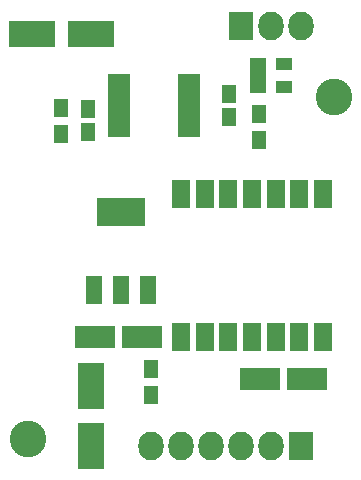
<source format=gts>
G04 #@! TF.FileFunction,Soldermask,Top*
%FSLAX46Y46*%
G04 Gerber Fmt 4.6, Leading zero omitted, Abs format (unit mm)*
G04 Created by KiCad (PCBNEW 4.0.3-stable) date 10/10/16 00:03:39*
%MOMM*%
%LPD*%
G01*
G04 APERTURE LIST*
%ADD10C,0.100000*%
%ADD11R,3.399740X1.901140*%
%ADD12R,1.150000X1.600000*%
%ADD13R,2.200860X3.900120*%
%ADD14R,3.900120X2.200860*%
%ADD15R,1.500000X2.400000*%
%ADD16R,1.300000X1.600000*%
%ADD17R,1.900000X0.850000*%
%ADD18R,2.127200X2.432000*%
%ADD19O,2.127200X2.432000*%
%ADD20R,4.057600X2.432000*%
%ADD21R,1.416000X2.432000*%
%ADD22C,3.100000*%
%ADD23R,1.460000X1.050000*%
G04 APERTURE END LIST*
D10*
D11*
X13174980Y-30734000D03*
X9177020Y-30734000D03*
X23147020Y-34290000D03*
X27144980Y-34290000D03*
D12*
X8636000Y-11496000D03*
X8636000Y-13396000D03*
X20574000Y-12126000D03*
X20574000Y-10226000D03*
D13*
X8890000Y-34965640D03*
X8890000Y-39964360D03*
D14*
X3850640Y-5080000D03*
X8849360Y-5080000D03*
D15*
X16510000Y-30734000D03*
X18510000Y-30734000D03*
X20510000Y-30734000D03*
X22510000Y-30734000D03*
X24510000Y-30734000D03*
X26510000Y-30734000D03*
X28510000Y-30734000D03*
X28510000Y-18634000D03*
X26510000Y-18634000D03*
X24510000Y-18634000D03*
X22510000Y-18634000D03*
X20510000Y-18634000D03*
X18510000Y-18634000D03*
X16510000Y-18634000D03*
D16*
X13970000Y-33444000D03*
X13970000Y-35644000D03*
X6350000Y-13546000D03*
X6350000Y-11346000D03*
X23114000Y-11854000D03*
X23114000Y-14054000D03*
D17*
X17174000Y-13451000D03*
X17174000Y-12801000D03*
X17174000Y-12151000D03*
X17174000Y-11501000D03*
X17174000Y-10851000D03*
X17174000Y-10201000D03*
X17174000Y-9551000D03*
X17174000Y-8901000D03*
X11274000Y-8901000D03*
X11274000Y-9551000D03*
X11274000Y-10201000D03*
X11274000Y-10851000D03*
X11274000Y-11501000D03*
X11274000Y-12151000D03*
X11274000Y-12801000D03*
X11274000Y-13451000D03*
D18*
X26670000Y-40005000D03*
D19*
X24130000Y-40005000D03*
X21590000Y-40005000D03*
X19050000Y-40005000D03*
X16510000Y-40005000D03*
X13970000Y-40005000D03*
D18*
X21590000Y-4445000D03*
D19*
X24130000Y-4445000D03*
X26670000Y-4445000D03*
D20*
X11430000Y-20193000D03*
D21*
X11430000Y-26797000D03*
X13716000Y-26797000D03*
X9144000Y-26797000D03*
D22*
X3556000Y-39370000D03*
X29464000Y-10414000D03*
D23*
X23030000Y-7686000D03*
X23030000Y-8636000D03*
X23030000Y-9586000D03*
X25230000Y-9586000D03*
X25230000Y-7686000D03*
M02*

</source>
